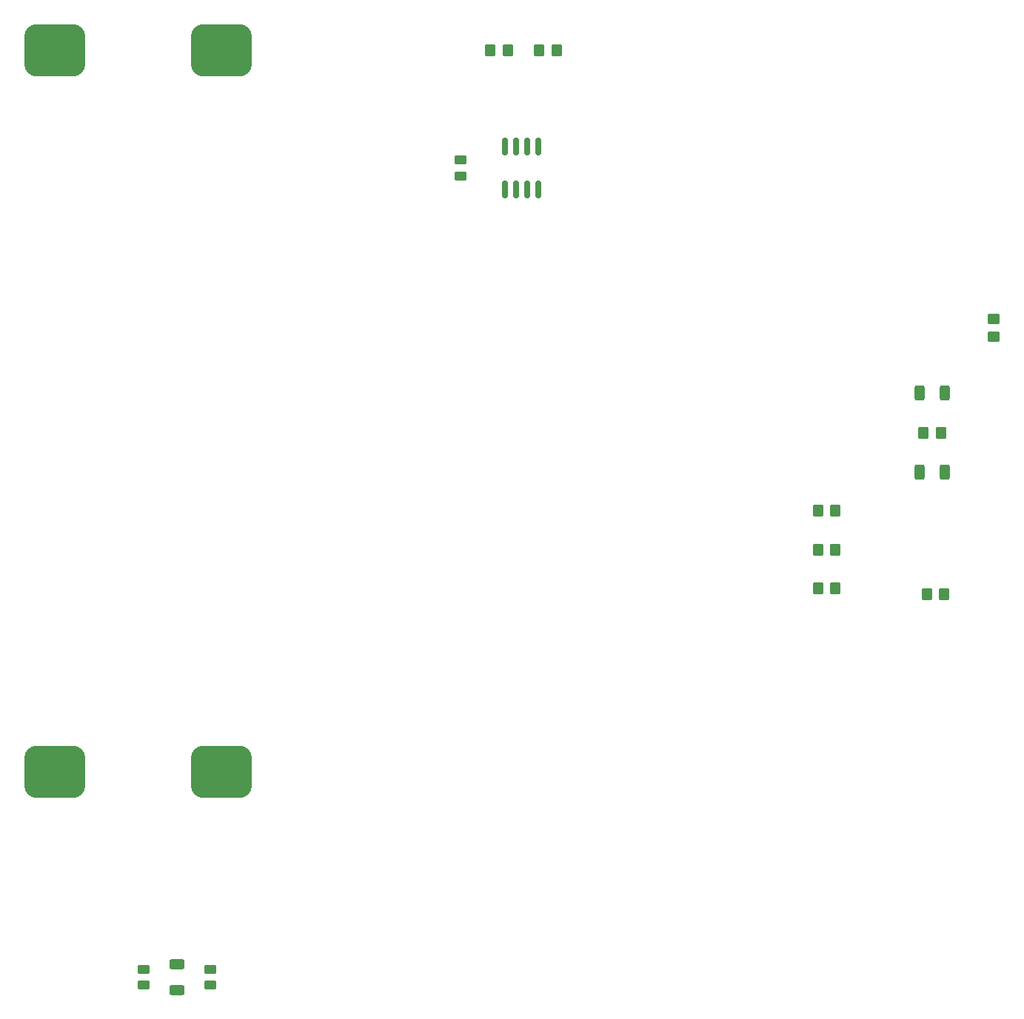
<source format=gbr>
%TF.GenerationSoftware,KiCad,Pcbnew,6.0.2+dfsg-1*%
%TF.CreationDate,2025-04-12T20:02:47+02:00*%
%TF.ProjectId,Placa base v1.0,506c6163-6120-4626-9173-652076312e30,rev?*%
%TF.SameCoordinates,Original*%
%TF.FileFunction,Paste,Top*%
%TF.FilePolarity,Positive*%
%FSLAX46Y46*%
G04 Gerber Fmt 4.6, Leading zero omitted, Abs format (unit mm)*
G04 Created by KiCad (PCBNEW 6.0.2+dfsg-1) date 2025-04-12 20:02:47*
%MOMM*%
%LPD*%
G01*
G04 APERTURE LIST*
G04 Aperture macros list*
%AMRoundRect*
0 Rectangle with rounded corners*
0 $1 Rounding radius*
0 $2 $3 $4 $5 $6 $7 $8 $9 X,Y pos of 4 corners*
0 Add a 4 corners polygon primitive as box body*
4,1,4,$2,$3,$4,$5,$6,$7,$8,$9,$2,$3,0*
0 Add four circle primitives for the rounded corners*
1,1,$1+$1,$2,$3*
1,1,$1+$1,$4,$5*
1,1,$1+$1,$6,$7*
1,1,$1+$1,$8,$9*
0 Add four rect primitives between the rounded corners*
20,1,$1+$1,$2,$3,$4,$5,0*
20,1,$1+$1,$4,$5,$6,$7,0*
20,1,$1+$1,$6,$7,$8,$9,0*
20,1,$1+$1,$8,$9,$2,$3,0*%
G04 Aperture macros list end*
%ADD10RoundRect,0.250000X0.450000X-0.262500X0.450000X0.262500X-0.450000X0.262500X-0.450000X-0.262500X0*%
%ADD11RoundRect,0.250000X-0.450000X0.262500X-0.450000X-0.262500X0.450000X-0.262500X0.450000X0.262500X0*%
%ADD12RoundRect,0.150000X0.150000X-0.825000X0.150000X0.825000X-0.150000X0.825000X-0.150000X-0.825000X0*%
%ADD13RoundRect,1.500000X2.000000X-1.500000X2.000000X1.500000X-2.000000X1.500000X-2.000000X-1.500000X0*%
%ADD14RoundRect,1.500000X-2.000000X1.500000X-2.000000X-1.500000X2.000000X-1.500000X2.000000X1.500000X0*%
%ADD15RoundRect,0.250000X0.350000X0.450000X-0.350000X0.450000X-0.350000X-0.450000X0.350000X-0.450000X0*%
%ADD16RoundRect,0.250000X0.312500X0.625000X-0.312500X0.625000X-0.312500X-0.625000X0.312500X-0.625000X0*%
%ADD17RoundRect,0.250000X0.450000X-0.350000X0.450000X0.350000X-0.450000X0.350000X-0.450000X-0.350000X0*%
%ADD18RoundRect,0.250000X0.625000X-0.312500X0.625000X0.312500X-0.625000X0.312500X-0.625000X-0.312500X0*%
%ADD19RoundRect,0.250000X-0.350000X-0.450000X0.350000X-0.450000X0.350000X0.450000X-0.350000X0.450000X0*%
G04 APERTURE END LIST*
D10*
%TO.C,R14*%
X51435000Y-169822500D03*
X51435000Y-167997500D03*
%TD*%
D11*
%TO.C,R_Shunt1*%
X87630000Y-75414500D03*
X87630000Y-77239500D03*
%TD*%
D12*
%TO.C,U1*%
X92710000Y-78802000D03*
X93980000Y-78802000D03*
X95250000Y-78802000D03*
X96520000Y-78802000D03*
X96520000Y-73852000D03*
X95250000Y-73852000D03*
X93980000Y-73852000D03*
X92710000Y-73852000D03*
%TD*%
D10*
%TO.C,R16*%
X59055000Y-169822500D03*
X59055000Y-167997500D03*
%TD*%
D13*
%TO.C,U5*%
X41295000Y-145415000D03*
X41295000Y-62865000D03*
%TD*%
D14*
%TO.C,U6*%
X60345000Y-62865000D03*
X60345000Y-145415000D03*
%TD*%
D15*
%TO.C,R6*%
X130540000Y-115570000D03*
X128540000Y-115570000D03*
%TD*%
D16*
%TO.C,R8*%
X143067500Y-102057200D03*
X140142500Y-102057200D03*
%TD*%
D15*
%TO.C,R4*%
X130540000Y-124460000D03*
X128540000Y-124460000D03*
%TD*%
D17*
%TO.C,R13*%
X148590000Y-95615000D03*
X148590000Y-93615000D03*
%TD*%
D16*
%TO.C,R7*%
X143067500Y-111125000D03*
X140142500Y-111125000D03*
%TD*%
D18*
%TO.C,R15*%
X55245000Y-170372500D03*
X55245000Y-167447500D03*
%TD*%
D19*
%TO.C,R10*%
X96663000Y-62865000D03*
X98663000Y-62865000D03*
%TD*%
D15*
%TO.C,R12*%
X142605000Y-106680000D03*
X140605000Y-106680000D03*
%TD*%
D19*
%TO.C,R9*%
X91075000Y-62865000D03*
X93075000Y-62865000D03*
%TD*%
D15*
%TO.C,R11*%
X142970000Y-125095000D03*
X140970000Y-125095000D03*
%TD*%
%TO.C,R5*%
X130540000Y-120015000D03*
X128540000Y-120015000D03*
%TD*%
M02*

</source>
